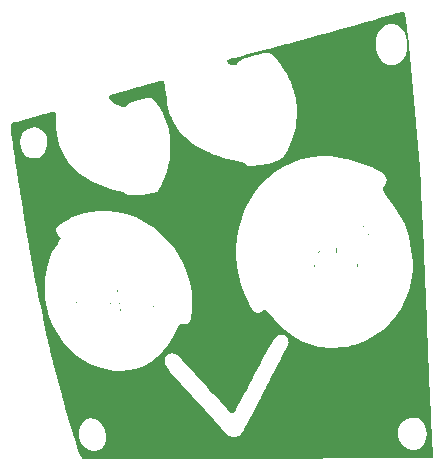
<source format=gbr>
%TF.GenerationSoftware,KiCad,Pcbnew,6.0.2+dfsg-1*%
%TF.CreationDate,2022-10-12T23:29:13+02:00*%
%TF.ProjectId,project_satan,70726f6a-6563-4745-9f73-6174616e2e6b,rev?*%
%TF.SameCoordinates,Original*%
%TF.FileFunction,Legend,Top*%
%TF.FilePolarity,Positive*%
%FSLAX46Y46*%
G04 Gerber Fmt 4.6, Leading zero omitted, Abs format (unit mm)*
G04 Created by KiCad (PCBNEW 6.0.2+dfsg-1) date 2022-10-12 23:29:13*
%MOMM*%
%LPD*%
G01*
G04 APERTURE LIST*
%ADD10C,0.900000*%
G04 APERTURE END LIST*
%TO.C,REF\u002A\u002A*%
G36*
X91849478Y-58671107D02*
G01*
X91958405Y-58746331D01*
X92062579Y-58841006D01*
X92183594Y-58984858D01*
X92319246Y-59186506D01*
X92458365Y-59424061D01*
X92589780Y-59675637D01*
X92702319Y-59919347D01*
X92784811Y-60133305D01*
X92826085Y-60295624D01*
X92828527Y-60341667D01*
X92843549Y-60401675D01*
X92879970Y-60505796D01*
X92955674Y-60778533D01*
X93009569Y-61132178D01*
X93039692Y-61549437D01*
X93044941Y-61958427D01*
X93039371Y-62173013D01*
X93029407Y-62350672D01*
X93016698Y-62466988D01*
X93008561Y-62496987D01*
X92940278Y-62534773D01*
X92855027Y-62546006D01*
X92756603Y-62558057D01*
X92610843Y-62596917D01*
X92405300Y-62666643D01*
X92127528Y-62771293D01*
X91949014Y-62841415D01*
X91791578Y-62893880D01*
X91687223Y-62908396D01*
X91659289Y-62896798D01*
X91647781Y-62832965D01*
X91634636Y-62686607D01*
X91621034Y-62475357D01*
X91608153Y-62216848D01*
X91599891Y-62008623D01*
X91595349Y-61751261D01*
X91597332Y-61442684D01*
X91605031Y-61097089D01*
X91617634Y-60728671D01*
X91634335Y-60351626D01*
X91654321Y-59980151D01*
X91676785Y-59628442D01*
X91700916Y-59310695D01*
X91725906Y-59041105D01*
X91750943Y-58833870D01*
X91775220Y-58703185D01*
X91790525Y-58665660D01*
X91849478Y-58671107D01*
G37*
G36*
X67346969Y-75922510D02*
G01*
X67263483Y-75650029D01*
X67199610Y-75433566D01*
X67160275Y-75288294D01*
X67156877Y-75273940D01*
X67136611Y-75198207D01*
X67094085Y-75047282D01*
X67035263Y-74842100D01*
X66966109Y-74603592D01*
X66956527Y-74570735D01*
X66886551Y-74329610D01*
X66826237Y-74119251D01*
X66781512Y-73960517D01*
X66758307Y-73874262D01*
X66757156Y-73869355D01*
X66735955Y-73788751D01*
X66693921Y-73639154D01*
X66638702Y-73447614D01*
X66615221Y-73367308D01*
X66554165Y-73153433D01*
X66477629Y-72876632D01*
X66394937Y-72571047D01*
X66315413Y-72270816D01*
X66307391Y-72240089D01*
X66238641Y-71975688D01*
X66162252Y-71680838D01*
X66082169Y-71370883D01*
X66002335Y-71061167D01*
X65926696Y-70767033D01*
X65859194Y-70503824D01*
X65803775Y-70286883D01*
X65764382Y-70131555D01*
X65744961Y-70053183D01*
X65743614Y-70046938D01*
X65739365Y-70024869D01*
X65726571Y-69967049D01*
X65702546Y-69861803D01*
X65664600Y-69697457D01*
X65610047Y-69462336D01*
X65536199Y-69144766D01*
X65510370Y-69033777D01*
X65411334Y-68607552D01*
X65332838Y-68267940D01*
X65272420Y-68004046D01*
X65227620Y-67804973D01*
X65195980Y-67659823D01*
X65175038Y-67557701D01*
X65165389Y-67505769D01*
X65145492Y-67406968D01*
X65108529Y-67236372D01*
X65060167Y-67019759D01*
X65016794Y-66829438D01*
X64950723Y-66532183D01*
X64869812Y-66151966D01*
X64777132Y-65704403D01*
X64675754Y-65205109D01*
X64568752Y-64669701D01*
X64480434Y-64221561D01*
X65117622Y-64221561D01*
X65161601Y-65049356D01*
X65295736Y-65854499D01*
X65517585Y-66630831D01*
X65824703Y-67372195D01*
X66214650Y-68072430D01*
X66684981Y-68725379D01*
X67233255Y-69324884D01*
X67857027Y-69864784D01*
X68363268Y-70220699D01*
X68971513Y-70559117D01*
X69622073Y-70825848D01*
X70297651Y-71016892D01*
X70980953Y-71128248D01*
X71654682Y-71155915D01*
X72208980Y-71110343D01*
X72874312Y-70964507D01*
X73505875Y-70726573D01*
X74099392Y-70400180D01*
X74205087Y-70321329D01*
X75285325Y-70321329D01*
X75324237Y-70578764D01*
X75442617Y-70839139D01*
X75646911Y-71115227D01*
X75735320Y-71213067D01*
X75821294Y-71305881D01*
X75966528Y-71464288D01*
X76163142Y-71679627D01*
X76403254Y-71943237D01*
X76678982Y-72246459D01*
X76982444Y-72580631D01*
X77305759Y-72937093D01*
X77626809Y-73291462D01*
X78186420Y-73908671D01*
X78682732Y-74454230D01*
X79118829Y-74931428D01*
X79497794Y-75343551D01*
X79822713Y-75693886D01*
X80096669Y-75985720D01*
X80322747Y-76222339D01*
X80504031Y-76407030D01*
X80643605Y-76543081D01*
X80744554Y-76633777D01*
X80807235Y-76680769D01*
X81017473Y-76757439D01*
X81255506Y-76765483D01*
X81475036Y-76703566D01*
X81481691Y-76700180D01*
X81573198Y-76645078D01*
X81663669Y-76571573D01*
X81732804Y-76498471D01*
X95060964Y-76498471D01*
X95069763Y-76746189D01*
X95099513Y-76932146D01*
X95156847Y-77093746D01*
X95172422Y-77126875D01*
X95361364Y-77414785D01*
X95606613Y-77635863D01*
X95891790Y-77784068D01*
X96200512Y-77853363D01*
X96516396Y-77837711D01*
X96818307Y-77733529D01*
X97045115Y-77583732D01*
X97215401Y-77386275D01*
X97332064Y-77166320D01*
X97435994Y-76834433D01*
X97473513Y-76480312D01*
X97446489Y-76130140D01*
X97356790Y-75810104D01*
X97217503Y-75560811D01*
X96985909Y-75333029D01*
X96709231Y-75183453D01*
X96405552Y-75112610D01*
X96092958Y-75121031D01*
X95789531Y-75209243D01*
X95513357Y-75377777D01*
X95377761Y-75506974D01*
X95223546Y-75711977D01*
X95125164Y-75933438D01*
X95073932Y-76198531D01*
X95060964Y-76498471D01*
X81732804Y-76498471D01*
X81758073Y-76471752D01*
X81861375Y-76337699D01*
X81978541Y-76161501D01*
X82114539Y-75935241D01*
X82274335Y-75651006D01*
X82462894Y-75300882D01*
X82685185Y-74876952D01*
X82946172Y-74371304D01*
X82960072Y-74344231D01*
X83117432Y-74038318D01*
X83278382Y-73726561D01*
X83429872Y-73434162D01*
X83558852Y-73186320D01*
X83634633Y-73041667D01*
X83728657Y-72862330D01*
X83841394Y-72645840D01*
X83976451Y-72385200D01*
X84137432Y-72073415D01*
X84327944Y-71703487D01*
X84551591Y-71268419D01*
X84811980Y-70761216D01*
X85112715Y-70174881D01*
X85258648Y-69890218D01*
X85429760Y-69555028D01*
X85559693Y-69295524D01*
X85653682Y-69098642D01*
X85716961Y-68951316D01*
X85754764Y-68840481D01*
X85772324Y-68753071D01*
X85774876Y-68676022D01*
X85769772Y-68614329D01*
X85703857Y-68392869D01*
X85574124Y-68232201D01*
X85397834Y-68134467D01*
X85192248Y-68101810D01*
X84974628Y-68136374D01*
X84762235Y-68240301D01*
X84572331Y-68415736D01*
X84537327Y-68461306D01*
X84450456Y-68589025D01*
X84394978Y-68685117D01*
X84384227Y-68715608D01*
X84360658Y-68771640D01*
X84295586Y-68898663D01*
X84197463Y-69080868D01*
X84074739Y-69302447D01*
X83993194Y-69447046D01*
X83879503Y-69650359D01*
X83727130Y-69927398D01*
X83544115Y-70263305D01*
X83338500Y-70643218D01*
X83118326Y-71052277D01*
X82891636Y-71475623D01*
X82666471Y-71898394D01*
X82657947Y-71914448D01*
X82438472Y-72327778D01*
X82222347Y-72734672D01*
X82016694Y-73121729D01*
X81828638Y-73475547D01*
X81665299Y-73782726D01*
X81533803Y-74029865D01*
X81441270Y-74203562D01*
X81433043Y-74218984D01*
X81303856Y-74457651D01*
X81198986Y-74626982D01*
X81105304Y-74726251D01*
X81009681Y-74754732D01*
X80898989Y-74711701D01*
X80760100Y-74596430D01*
X80579884Y-74408195D01*
X80357001Y-74159509D01*
X80173071Y-73953561D01*
X79943676Y-73697710D01*
X79678202Y-73402341D01*
X79386032Y-73077837D01*
X79076553Y-72734584D01*
X78759147Y-72382965D01*
X78443201Y-72033366D01*
X78138098Y-71696170D01*
X77853224Y-71381763D01*
X77597962Y-71100527D01*
X77381699Y-70862849D01*
X77213817Y-70679111D01*
X77105646Y-70561785D01*
X76944617Y-70387301D01*
X76778987Y-70205301D01*
X76657521Y-70069696D01*
X76405748Y-69837562D01*
X76148513Y-69703001D01*
X75888497Y-69666846D01*
X75628383Y-69729930D01*
X75602080Y-69741913D01*
X75421227Y-69878891D01*
X75315541Y-70081425D01*
X75285325Y-70321329D01*
X74205087Y-70321329D01*
X74650592Y-69988970D01*
X75155200Y-69496583D01*
X75608942Y-68926659D01*
X76007546Y-68282839D01*
X76335962Y-67594793D01*
X76426435Y-67399043D01*
X76510906Y-67255162D01*
X76577329Y-67183229D01*
X76584842Y-67179933D01*
X76689548Y-67172052D01*
X76835633Y-67188313D01*
X76865975Y-67194430D01*
X77087062Y-67218082D01*
X77250822Y-67170988D01*
X77377873Y-67045176D01*
X77417457Y-66981118D01*
X77496767Y-66777214D01*
X77558180Y-66492111D01*
X77601430Y-66143238D01*
X77626252Y-65748022D01*
X77632382Y-65323893D01*
X77619553Y-64888278D01*
X77587502Y-64458605D01*
X77535962Y-64052304D01*
X77467397Y-63698274D01*
X77213671Y-62836737D01*
X76870941Y-62019152D01*
X76441913Y-61249527D01*
X76150962Y-60842203D01*
X81349084Y-60842203D01*
X81349597Y-61443836D01*
X81412410Y-62318367D01*
X81546957Y-63138647D01*
X81758484Y-63925269D01*
X82052235Y-64698824D01*
X82325238Y-65274183D01*
X82516653Y-65632112D01*
X82682285Y-65902052D01*
X82830807Y-66090077D01*
X82970890Y-66202263D01*
X83111206Y-66244681D01*
X83260427Y-66223407D01*
X83427225Y-66144514D01*
X83501264Y-66097882D01*
X83641788Y-66016727D01*
X83756606Y-65971720D01*
X83804845Y-65969144D01*
X83861925Y-66017022D01*
X83965505Y-66127389D01*
X84100697Y-66283639D01*
X84247468Y-66462731D01*
X84839710Y-67134526D01*
X85468400Y-67713279D01*
X86134608Y-68199662D01*
X86839404Y-68594352D01*
X87583855Y-68898022D01*
X88369031Y-69111346D01*
X88484227Y-69134416D01*
X88729210Y-69166049D01*
X89046673Y-69184689D01*
X89410012Y-69190879D01*
X89792623Y-69185160D01*
X90167903Y-69168077D01*
X90509248Y-69140170D01*
X90790053Y-69101983D01*
X90871638Y-69085725D01*
X91669401Y-68857690D01*
X92420587Y-68544035D01*
X93120247Y-68150243D01*
X93763429Y-67681800D01*
X94345182Y-67144190D01*
X94860556Y-66542896D01*
X95304598Y-65883403D01*
X95672359Y-65171196D01*
X95958887Y-64411758D01*
X96159231Y-63610574D01*
X96231588Y-63148504D01*
X96275826Y-62599305D01*
X96275127Y-62012040D01*
X96229055Y-61366770D01*
X96184063Y-60978741D01*
X96086488Y-60341918D01*
X95963731Y-59772822D01*
X95807149Y-59250248D01*
X95608099Y-58752992D01*
X95357939Y-58259851D01*
X95048026Y-57749620D01*
X94669716Y-57201096D01*
X94611827Y-57121441D01*
X94339812Y-56747661D01*
X94123620Y-56444427D01*
X93959262Y-56201986D01*
X93842748Y-56010585D01*
X93770091Y-55860470D01*
X93737300Y-55741889D01*
X93740386Y-55645089D01*
X93775362Y-55560317D01*
X93838237Y-55477820D01*
X93909227Y-55403613D01*
X94046730Y-55209914D01*
X94085283Y-55002778D01*
X94025006Y-54780987D01*
X93979183Y-54697396D01*
X93820018Y-54512641D01*
X93570513Y-54320702D01*
X93239732Y-54125327D01*
X92836739Y-53930262D01*
X92370597Y-53739255D01*
X91850369Y-53556053D01*
X91285121Y-53384403D01*
X90683914Y-53228052D01*
X90127944Y-53105209D01*
X89366393Y-53000116D01*
X88575166Y-52985844D01*
X87765677Y-53061869D01*
X86949340Y-53227664D01*
X86839358Y-53256860D01*
X86061207Y-53519680D01*
X85329204Y-53867760D01*
X84646992Y-54295666D01*
X84018218Y-54797964D01*
X83446524Y-55369217D01*
X82935557Y-56003991D01*
X82488959Y-56696851D01*
X82110377Y-57442361D01*
X81803453Y-58235086D01*
X81571834Y-59069592D01*
X81419163Y-59940442D01*
X81349084Y-60842203D01*
X76150962Y-60842203D01*
X75929292Y-60531871D01*
X75335784Y-59870191D01*
X74664094Y-59268496D01*
X74280376Y-58977470D01*
X73567587Y-58523003D01*
X72825602Y-58156207D01*
X72062007Y-57878455D01*
X71284389Y-57691122D01*
X70500335Y-57595580D01*
X69717431Y-57593204D01*
X68943265Y-57685366D01*
X68185422Y-57873441D01*
X68184227Y-57873819D01*
X67810302Y-58006899D01*
X67439275Y-58165708D01*
X67085286Y-58341809D01*
X66762478Y-58526770D01*
X66484993Y-58712153D01*
X66266973Y-58889525D01*
X66122559Y-59050451D01*
X66079523Y-59129172D01*
X66068871Y-59285963D01*
X66136300Y-59468958D01*
X66272340Y-59655939D01*
X66328068Y-59712282D01*
X66425730Y-59824657D01*
X66480170Y-59926809D01*
X66484227Y-59951450D01*
X66455189Y-60031418D01*
X66377754Y-60165125D01*
X66266442Y-60328430D01*
X66219531Y-60391581D01*
X65977675Y-60738095D01*
X65777205Y-61093484D01*
X65608753Y-61479695D01*
X65462950Y-61918677D01*
X65330428Y-62432379D01*
X65309903Y-62522650D01*
X65166242Y-63377273D01*
X65117622Y-64221561D01*
X64480434Y-64221561D01*
X64459195Y-64113791D01*
X64350156Y-63552998D01*
X64244707Y-63002935D01*
X64145919Y-62479217D01*
X64056865Y-61997461D01*
X63980615Y-61573282D01*
X63962314Y-61468886D01*
X63947319Y-61384760D01*
X63918212Y-61223039D01*
X63878779Y-61004706D01*
X63832805Y-60750745D01*
X63817680Y-60667308D01*
X63769643Y-60400989D01*
X63726343Y-60158340D01*
X63691826Y-59962210D01*
X63670135Y-59835449D01*
X63666931Y-59815631D01*
X63651738Y-59722090D01*
X63622804Y-59546935D01*
X63582987Y-59307357D01*
X63535146Y-59020551D01*
X63482142Y-58703707D01*
X63466984Y-58613264D01*
X63412730Y-58289141D01*
X63362550Y-57988414D01*
X63319386Y-57728778D01*
X63286178Y-57527928D01*
X63265865Y-57403560D01*
X63263045Y-57385848D01*
X63187153Y-56902544D01*
X63119499Y-56470950D01*
X63061514Y-56100219D01*
X63014627Y-55799504D01*
X62980267Y-55577957D01*
X62959863Y-55444732D01*
X62957956Y-55432002D01*
X62938391Y-55304302D01*
X62908119Y-55110887D01*
X62872351Y-54884959D01*
X62855721Y-54780720D01*
X62815570Y-54524537D01*
X62767084Y-54206814D01*
X62712246Y-53841294D01*
X62653039Y-53441719D01*
X62591446Y-53021833D01*
X62529451Y-52595376D01*
X62469035Y-52176092D01*
X62412183Y-51777724D01*
X62393018Y-51641867D01*
X63067713Y-51641867D01*
X63067924Y-51810060D01*
X63111292Y-52212852D01*
X63224201Y-52550576D01*
X63402567Y-52818824D01*
X63642302Y-53013188D01*
X63939323Y-53129262D01*
X64289543Y-53162637D01*
X64320698Y-53161561D01*
X64528731Y-53141481D01*
X64685301Y-53093281D01*
X64838057Y-53002162D01*
X64841245Y-52999910D01*
X65018822Y-52843126D01*
X65146374Y-52650634D01*
X65233389Y-52402320D01*
X65289355Y-52078070D01*
X65293572Y-52041027D01*
X65314076Y-51678454D01*
X65284498Y-51385828D01*
X65201066Y-51144293D01*
X65076211Y-50954272D01*
X64841265Y-50739389D01*
X64567874Y-50603662D01*
X64273662Y-50545210D01*
X63976252Y-50562153D01*
X63693264Y-50652612D01*
X63442324Y-50814707D01*
X63241053Y-51046559D01*
X63179283Y-51156593D01*
X63116049Y-51306686D01*
X63080981Y-51455991D01*
X63067713Y-51641867D01*
X62393018Y-51641867D01*
X62360876Y-51414015D01*
X62317099Y-51098705D01*
X62282833Y-50845540D01*
X62260063Y-50668260D01*
X62252101Y-50597485D01*
X62240698Y-50419924D01*
X62251908Y-50311002D01*
X62290786Y-50240718D01*
X62316422Y-50215644D01*
X62398824Y-50172635D01*
X62556597Y-50114030D01*
X62767785Y-50047236D01*
X63010429Y-49979660D01*
X63034227Y-49973493D01*
X63310646Y-49902340D01*
X63506166Y-49851919D01*
X63636721Y-49817961D01*
X63718247Y-49796194D01*
X63766680Y-49782348D01*
X63797956Y-49772151D01*
X63828011Y-49761334D01*
X63834227Y-49759097D01*
X63950747Y-49722516D01*
X64119351Y-49675010D01*
X64294827Y-49628809D01*
X64431966Y-49596144D01*
X64450519Y-49592369D01*
X64557134Y-49565265D01*
X64711001Y-49519062D01*
X64784227Y-49495316D01*
X64942788Y-49444833D01*
X65074534Y-49406772D01*
X65113505Y-49397208D01*
X65215812Y-49370797D01*
X65369387Y-49326311D01*
X65459227Y-49298844D01*
X65674165Y-49244773D01*
X65856305Y-49223093D01*
X65985585Y-49234370D01*
X66041938Y-49279170D01*
X66042494Y-49282397D01*
X66045978Y-49352792D01*
X66049930Y-49503686D01*
X66053944Y-49715384D01*
X66057611Y-49968191D01*
X66058834Y-50071450D01*
X66079947Y-50621088D01*
X66133702Y-51104646D01*
X66225491Y-51552448D01*
X66360704Y-51994816D01*
X66437330Y-52200641D01*
X66739481Y-52837691D01*
X67129358Y-53429686D01*
X67603747Y-53973250D01*
X68159436Y-54465008D01*
X68793212Y-54901584D01*
X69250532Y-55156736D01*
X69622572Y-55329400D01*
X70058452Y-55503048D01*
X70522898Y-55665377D01*
X70980633Y-55804086D01*
X71396381Y-55906871D01*
X71409227Y-55909560D01*
X71762451Y-56009472D01*
X72025423Y-56144029D01*
X72027703Y-56145619D01*
X72246179Y-56298505D01*
X72877703Y-56263735D01*
X73231087Y-56243038D01*
X73508543Y-56222967D01*
X73734077Y-56200595D01*
X73931699Y-56172993D01*
X74125416Y-56137232D01*
X74339236Y-56090384D01*
X74384227Y-56079961D01*
X74542444Y-56036125D01*
X74659317Y-55978217D01*
X74754317Y-55887047D01*
X74846913Y-55743422D01*
X74956577Y-55528153D01*
X74967936Y-55504635D01*
X75242530Y-54892859D01*
X75451850Y-54323857D01*
X75602496Y-53770734D01*
X75701068Y-53206597D01*
X75754162Y-52604551D01*
X75766312Y-52250740D01*
X75770442Y-51913963D01*
X75766978Y-51646937D01*
X75753256Y-51419336D01*
X75726613Y-51200835D01*
X75684386Y-50961109D01*
X75629897Y-50697683D01*
X75509514Y-50252075D01*
X75340376Y-49789865D01*
X75134005Y-49334145D01*
X74901923Y-48908002D01*
X74655652Y-48534528D01*
X74406714Y-48236813D01*
X74396968Y-48226910D01*
X74301582Y-48137529D01*
X74217134Y-48088993D01*
X74108908Y-48070506D01*
X73942188Y-48071272D01*
X73901095Y-48072701D01*
X73690746Y-48094064D01*
X73417389Y-48141055D01*
X73112464Y-48206374D01*
X72807409Y-48282719D01*
X72533662Y-48362791D01*
X72322922Y-48439178D01*
X72172715Y-48534231D01*
X72065060Y-48657743D01*
X72060777Y-48665683D01*
X71977242Y-48800336D01*
X71899839Y-48850620D01*
X71808249Y-48828798D01*
X71798760Y-48823794D01*
X71709677Y-48783474D01*
X71557180Y-48721983D01*
X71372088Y-48651688D01*
X71346040Y-48642109D01*
X71110308Y-48534376D01*
X70892837Y-48396525D01*
X70712095Y-48244329D01*
X70586546Y-48093561D01*
X70534654Y-47959992D01*
X70534227Y-47948681D01*
X70536895Y-47921688D01*
X70549989Y-47895909D01*
X70581137Y-47868836D01*
X70637971Y-47837960D01*
X70728119Y-47800773D01*
X70859213Y-47754768D01*
X71038882Y-47697435D01*
X71274757Y-47626266D01*
X71574467Y-47538753D01*
X71945643Y-47432388D01*
X72395916Y-47304663D01*
X72932914Y-47153069D01*
X73084227Y-47110409D01*
X73343952Y-47036587D01*
X73659151Y-46946088D01*
X73989377Y-46850565D01*
X74284227Y-46764594D01*
X74583186Y-46679147D01*
X74802637Y-46623114D01*
X74958073Y-46594625D01*
X75064986Y-46591810D01*
X75138869Y-46612798D01*
X75194227Y-46654724D01*
X75223400Y-46687603D01*
X75246982Y-46730039D01*
X75267769Y-46796625D01*
X75288555Y-46901952D01*
X75312137Y-47060615D01*
X75341309Y-47287206D01*
X75378866Y-47596318D01*
X75386047Y-47656128D01*
X75450074Y-48153264D01*
X75514683Y-48568769D01*
X75584502Y-48921128D01*
X75664162Y-49228827D01*
X75758292Y-49510349D01*
X75871519Y-49784180D01*
X75972093Y-49996302D01*
X76227751Y-50448338D01*
X76534311Y-50865806D01*
X76913209Y-51277453D01*
X76966374Y-51329590D01*
X77316432Y-51641357D01*
X77704040Y-51929864D01*
X78144146Y-52204353D01*
X78651699Y-52474064D01*
X79241650Y-52748238D01*
X79309227Y-52777767D01*
X79559466Y-52875289D01*
X79884426Y-52985096D01*
X80260652Y-53100432D01*
X80664688Y-53214536D01*
X81073078Y-53320651D01*
X81462367Y-53412018D01*
X81642428Y-53450041D01*
X81868311Y-53503879D01*
X82024665Y-53564786D01*
X82141788Y-53645708D01*
X82176082Y-53678097D01*
X82244063Y-53741130D01*
X82313378Y-53785880D01*
X82398453Y-53812620D01*
X82513714Y-53821622D01*
X82673586Y-53813159D01*
X82892496Y-53787504D01*
X83184869Y-53744928D01*
X83459227Y-53702341D01*
X83964997Y-53615395D01*
X84383253Y-53523075D01*
X84726449Y-53417628D01*
X85007044Y-53291299D01*
X85237493Y-53136336D01*
X85430252Y-52944984D01*
X85597780Y-52709490D01*
X85752531Y-52422100D01*
X85846773Y-52216173D01*
X86159721Y-51383681D01*
X86384325Y-50527272D01*
X86405309Y-50422140D01*
X86429190Y-50248181D01*
X86448343Y-50011790D01*
X86462482Y-49734035D01*
X86471318Y-49435986D01*
X86474563Y-49138712D01*
X86471930Y-48863283D01*
X86463131Y-48630768D01*
X86447877Y-48462236D01*
X86433034Y-48393146D01*
X86402222Y-48278236D01*
X86373015Y-48122845D01*
X86368370Y-48091319D01*
X86336408Y-47921974D01*
X86294704Y-47770335D01*
X86288510Y-47753154D01*
X86257988Y-47656559D01*
X86257485Y-47616617D01*
X86252553Y-47573526D01*
X86219801Y-47459283D01*
X86166830Y-47296437D01*
X86101245Y-47107539D01*
X86030649Y-46915136D01*
X85962644Y-46741777D01*
X85961870Y-46739892D01*
X85807767Y-46409025D01*
X85605019Y-46038573D01*
X85368748Y-45651387D01*
X85114075Y-45270320D01*
X84856123Y-44918224D01*
X84610011Y-44617953D01*
X84436966Y-44435355D01*
X84316062Y-44324845D01*
X84219902Y-44265959D01*
X84108353Y-44243918D01*
X83941281Y-44243938D01*
X83919066Y-44244613D01*
X83715217Y-44253704D01*
X83574970Y-44269097D01*
X83461931Y-44296130D01*
X83384227Y-44323063D01*
X83299992Y-44347892D01*
X83150035Y-44386406D01*
X82966223Y-44430434D01*
X82959227Y-44432053D01*
X82480708Y-44552203D01*
X82097760Y-44669236D01*
X81811691Y-44782682D01*
X81623809Y-44892073D01*
X81586312Y-44924492D01*
X81491420Y-45032944D01*
X81438313Y-45123716D01*
X81434227Y-45143920D01*
X81390081Y-45221705D01*
X81276753Y-45271033D01*
X81122906Y-45284135D01*
X80991854Y-45263841D01*
X80770115Y-45178206D01*
X80631567Y-45066807D01*
X80584227Y-44937386D01*
X80583230Y-44901981D01*
X80586490Y-44872387D01*
X80603386Y-44845434D01*
X80643295Y-44817951D01*
X80715595Y-44786769D01*
X80829662Y-44748719D01*
X80994875Y-44700629D01*
X81220610Y-44639331D01*
X81516247Y-44561655D01*
X81891161Y-44464430D01*
X82284227Y-44362744D01*
X82667220Y-44263411D01*
X83043102Y-44165587D01*
X83393790Y-44074001D01*
X83701201Y-43993386D01*
X83947253Y-43928473D01*
X84109227Y-43885246D01*
X84340458Y-43822806D01*
X84629948Y-43744650D01*
X84939394Y-43661119D01*
X85209227Y-43588291D01*
X85581626Y-43487589D01*
X85757592Y-43439859D01*
X93139881Y-43439859D01*
X93162622Y-43830498D01*
X93254790Y-44213930D01*
X93418305Y-44575341D01*
X93617075Y-44856802D01*
X93875609Y-45095161D01*
X94159987Y-45237174D01*
X94467025Y-45282041D01*
X94793537Y-45228958D01*
X94918707Y-45184306D01*
X95126406Y-45061874D01*
X95340909Y-44872018D01*
X95535962Y-44641874D01*
X95685310Y-44398582D01*
X95691724Y-44385256D01*
X95760302Y-44228928D01*
X95802720Y-44090799D01*
X95825054Y-43937300D01*
X95833378Y-43734863D01*
X95834187Y-43598083D01*
X95812873Y-43202939D01*
X95743409Y-42873144D01*
X95617614Y-42582199D01*
X95439218Y-42318584D01*
X95196240Y-42075650D01*
X94916964Y-41905228D01*
X94618816Y-41812423D01*
X94319217Y-41802338D01*
X94035591Y-41880079D01*
X94000432Y-41897091D01*
X93704818Y-42101538D01*
X93469036Y-42372853D01*
X93295007Y-42696221D01*
X93184649Y-43056828D01*
X93139881Y-43439859D01*
X85757592Y-43439859D01*
X85999304Y-43374296D01*
X86448980Y-43252045D01*
X86917370Y-43124466D01*
X87391190Y-42995192D01*
X87857157Y-42867855D01*
X88301989Y-42746087D01*
X88712402Y-42633520D01*
X89075113Y-42533786D01*
X89376839Y-42450517D01*
X89604297Y-42387344D01*
X89709227Y-42357873D01*
X89916313Y-42299431D01*
X90195041Y-42221107D01*
X90520699Y-42129827D01*
X90868575Y-42032518D01*
X91213957Y-41936106D01*
X91234227Y-41930455D01*
X91765216Y-41782254D01*
X92289843Y-41635502D01*
X92797640Y-41493150D01*
X93278141Y-41358148D01*
X93720880Y-41233447D01*
X94115388Y-41121997D01*
X94451200Y-41026748D01*
X94717850Y-40950652D01*
X94904870Y-40896658D01*
X94974302Y-40876159D01*
X95138571Y-40827792D01*
X95272835Y-40790047D01*
X95324302Y-40776769D01*
X95445033Y-40745702D01*
X95512174Y-40726704D01*
X95538673Y-40722076D01*
X95561835Y-40731186D01*
X95583277Y-40763114D01*
X95604618Y-40826939D01*
X95627475Y-40931741D01*
X95653468Y-41086599D01*
X95684215Y-41300592D01*
X95721334Y-41582800D01*
X95766444Y-41942303D01*
X95821163Y-42388179D01*
X95848928Y-42615940D01*
X96264332Y-46350310D01*
X96607670Y-50137024D01*
X96877311Y-53957301D01*
X96959744Y-55406953D01*
X96974377Y-55667697D01*
X96990639Y-55934336D01*
X97005796Y-56162726D01*
X97010943Y-56233580D01*
X97018906Y-56359309D01*
X97030751Y-56574383D01*
X97045973Y-56868044D01*
X97064064Y-57229536D01*
X97084519Y-57648103D01*
X97106829Y-58112987D01*
X97130489Y-58613433D01*
X97154992Y-59138683D01*
X97179830Y-59677982D01*
X97204498Y-60220572D01*
X97228487Y-60755697D01*
X97251293Y-61272601D01*
X97272407Y-61760527D01*
X97282368Y-61994921D01*
X97298429Y-62374689D01*
X97314648Y-62756716D01*
X97330047Y-63118045D01*
X97343646Y-63435718D01*
X97354466Y-63686780D01*
X97358233Y-63773422D01*
X97368400Y-64009386D01*
X97379131Y-64265298D01*
X97390868Y-64552353D01*
X97404055Y-64881744D01*
X97419137Y-65264668D01*
X97436556Y-65712317D01*
X97456757Y-66235887D01*
X97480183Y-66846573D01*
X97484321Y-66954684D01*
X97508265Y-67578746D01*
X97528966Y-68113982D01*
X97546877Y-68571698D01*
X97562452Y-68963198D01*
X97576144Y-69299786D01*
X97588407Y-69592767D01*
X97599695Y-69853443D01*
X97608986Y-70060799D01*
X97620734Y-70327149D01*
X97634432Y-70650533D01*
X97648280Y-70987856D01*
X97659205Y-71263166D01*
X97671466Y-71565972D01*
X97685111Y-71882361D01*
X97698427Y-72173675D01*
X97709131Y-72390385D01*
X97721474Y-72635420D01*
X97735866Y-72936083D01*
X97750208Y-73247889D01*
X97758810Y-73442456D01*
X97776592Y-73844479D01*
X97796128Y-74271080D01*
X97816591Y-74705467D01*
X97837155Y-75130848D01*
X97856991Y-75530432D01*
X97875275Y-75887427D01*
X97891177Y-76185041D01*
X97903871Y-76406483D01*
X97908093Y-76473422D01*
X97920817Y-76682838D01*
X97935683Y-76953039D01*
X97950587Y-77244704D01*
X97960363Y-77450345D01*
X97973798Y-77712675D01*
X97989167Y-77963070D01*
X98004424Y-78170536D01*
X98015721Y-78289497D01*
X98043610Y-78527466D01*
X95901418Y-78529257D01*
X95361857Y-78530270D01*
X94780168Y-78532353D01*
X94180346Y-78535355D01*
X93586382Y-78539126D01*
X93022269Y-78543514D01*
X92511998Y-78548368D01*
X92109227Y-78553136D01*
X91766453Y-78557114D01*
X91345847Y-78560955D01*
X90852689Y-78564655D01*
X90292256Y-78568208D01*
X89669829Y-78571608D01*
X88990684Y-78574851D01*
X88260101Y-78577931D01*
X87483359Y-78580842D01*
X86665735Y-78583579D01*
X85812510Y-78586138D01*
X84928962Y-78588511D01*
X84020369Y-78590695D01*
X83092009Y-78592683D01*
X82149163Y-78594471D01*
X81197108Y-78596052D01*
X80241123Y-78597422D01*
X79286486Y-78598576D01*
X78338477Y-78599507D01*
X77402374Y-78600210D01*
X76483456Y-78600681D01*
X75587002Y-78600913D01*
X74718289Y-78600902D01*
X73882598Y-78600641D01*
X73085206Y-78600127D01*
X72331392Y-78599352D01*
X71626435Y-78598312D01*
X70975614Y-78597002D01*
X70384207Y-78595416D01*
X69857493Y-78593549D01*
X69400750Y-78591395D01*
X69019258Y-78588949D01*
X68718295Y-78586205D01*
X68503140Y-78583159D01*
X68379071Y-78579805D01*
X68349345Y-78577313D01*
X68247481Y-78500938D01*
X68168697Y-78392279D01*
X68130216Y-78298376D01*
X68067043Y-78123942D01*
X67984100Y-77884150D01*
X67886310Y-77594171D01*
X67778598Y-77269179D01*
X67665884Y-76924345D01*
X67553093Y-76574840D01*
X67492952Y-76385968D01*
X68043981Y-76385968D01*
X68044163Y-76733789D01*
X68094788Y-77016308D01*
X68203038Y-77258558D01*
X68351460Y-77458072D01*
X68617130Y-77702531D01*
X68906008Y-77852320D01*
X69229125Y-77912221D01*
X69395654Y-77910701D01*
X69606162Y-77888729D01*
X69756513Y-77846336D01*
X69886212Y-77771325D01*
X69914095Y-77750612D01*
X70100518Y-77561640D01*
X70224220Y-77321466D01*
X70290136Y-77017116D01*
X70304600Y-76723915D01*
X70297804Y-76484254D01*
X70273951Y-76302249D01*
X70224902Y-76135758D01*
X70161903Y-75985087D01*
X69998914Y-75703242D01*
X69791202Y-75464081D01*
X69560022Y-75289235D01*
X69411916Y-75221846D01*
X69247998Y-75189324D01*
X69047265Y-75177940D01*
X68953131Y-75181807D01*
X68670108Y-75251662D01*
X68433217Y-75406209D01*
X68247474Y-75638801D01*
X68117898Y-75942794D01*
X68049506Y-76311540D01*
X68043981Y-76385968D01*
X67492952Y-76385968D01*
X67445147Y-76235838D01*
X67346969Y-75922510D01*
G37*
G36*
X90923163Y-58852218D02*
G01*
X90925144Y-59021773D01*
X90920557Y-59261090D01*
X90910299Y-59540012D01*
X90895271Y-59828385D01*
X90892967Y-59865730D01*
X90879869Y-60122245D01*
X90867525Y-60453929D01*
X90856605Y-60835755D01*
X90847780Y-61242693D01*
X90841721Y-61649717D01*
X90839950Y-61843704D01*
X90836182Y-62191674D01*
X90830205Y-62506095D01*
X90822489Y-62773219D01*
X90813505Y-62979300D01*
X90803722Y-63110593D01*
X90795146Y-63153107D01*
X90731022Y-63177039D01*
X90596388Y-63208943D01*
X90419660Y-63242135D01*
X90409227Y-63243875D01*
X90222446Y-63276282D01*
X90067700Y-63305783D01*
X89978160Y-63326050D01*
X89977621Y-63326210D01*
X89915032Y-63316525D01*
X89878371Y-63228647D01*
X89870785Y-63186265D01*
X89864480Y-63097485D01*
X89858275Y-62921704D01*
X89852410Y-62672118D01*
X89847122Y-62361923D01*
X89842650Y-62004314D01*
X89839231Y-61612489D01*
X89837721Y-61353070D01*
X89834909Y-60883036D01*
X89833498Y-60500909D01*
X89836733Y-60194415D01*
X89847858Y-59951279D01*
X89870115Y-59759227D01*
X89906749Y-59605987D01*
X89961004Y-59479283D01*
X90036124Y-59366842D01*
X90135351Y-59256390D01*
X90261931Y-59135653D01*
X90419107Y-58992358D01*
X90475248Y-58940794D01*
X90909227Y-58540087D01*
X90923163Y-58852218D01*
G37*
G36*
X87188198Y-62380106D02*
G01*
X87206109Y-62444700D01*
X87222030Y-62585925D01*
X87233791Y-62780216D01*
X87238134Y-62921746D01*
X87247951Y-63422732D01*
X86878589Y-63424897D01*
X86674876Y-63422304D01*
X86492809Y-63413431D01*
X86371113Y-63400183D01*
X86369360Y-63399848D01*
X86229493Y-63372633D01*
X86394360Y-63195108D01*
X86505707Y-63072643D01*
X86654637Y-62905458D01*
X86813435Y-62724726D01*
X86853653Y-62678518D01*
X86987492Y-62533326D01*
X87099096Y-62428744D01*
X87171859Y-62379583D01*
X87188198Y-62380106D01*
G37*
G36*
X73168949Y-64707348D02*
G01*
X73174561Y-64710758D01*
X73290900Y-64779907D01*
X73454884Y-64874359D01*
X73594443Y-64953153D01*
X73878346Y-65130819D01*
X74105867Y-65311913D01*
X74262882Y-65483963D01*
X74325646Y-65598894D01*
X74352225Y-65696975D01*
X74327967Y-65751539D01*
X74232891Y-65794016D01*
X74193182Y-65807262D01*
X74052635Y-65862598D01*
X73866993Y-65947567D01*
X73692574Y-66035418D01*
X73486118Y-66139078D01*
X73351472Y-66190875D01*
X73276666Y-66193650D01*
X73249726Y-66150241D01*
X73249091Y-66140582D01*
X73236223Y-66061308D01*
X73204641Y-65919002D01*
X73169555Y-65777367D01*
X73116984Y-65553243D01*
X73070047Y-65315480D01*
X73031968Y-65085933D01*
X73005976Y-64886456D01*
X72995295Y-64738903D01*
X73003153Y-64665129D01*
X73004997Y-64662736D01*
X73066888Y-64661774D01*
X73168949Y-64707348D01*
G37*
G36*
X89061501Y-61921747D02*
G01*
X89062659Y-62352696D01*
X89063610Y-62693944D01*
X89060175Y-62955911D01*
X89048174Y-63149013D01*
X89023426Y-63283670D01*
X88981753Y-63370298D01*
X88918973Y-63419317D01*
X88830908Y-63441143D01*
X88713377Y-63446196D01*
X88562201Y-63444892D01*
X88450168Y-63445454D01*
X88041109Y-63452827D01*
X88001641Y-63212336D01*
X87985546Y-63059559D01*
X87973790Y-62840456D01*
X87967818Y-62588858D01*
X87967756Y-62420759D01*
X87991693Y-61988669D01*
X88059292Y-61629316D01*
X88178691Y-61321777D01*
X88358027Y-61045128D01*
X88605437Y-60778445D01*
X88607018Y-60776951D01*
X88745933Y-60655181D01*
X88877776Y-60554713D01*
X88935566Y-60518429D01*
X89061906Y-60450856D01*
X89061501Y-61921747D01*
G37*
G36*
X68748507Y-61538302D02*
G01*
X68767174Y-61607233D01*
X68783197Y-61769907D01*
X68796242Y-62019898D01*
X68805972Y-62350776D01*
X68812053Y-62756117D01*
X68812064Y-62757371D01*
X68816677Y-63103798D01*
X68823549Y-63429479D01*
X68832109Y-63716697D01*
X68841786Y-63947736D01*
X68852008Y-64104879D01*
X68856985Y-64149162D01*
X68875491Y-64274701D01*
X68904866Y-64477245D01*
X68941914Y-64734595D01*
X68983435Y-65024556D01*
X69012201Y-65226282D01*
X69060015Y-65560591D01*
X69097058Y-65814390D01*
X69126353Y-66006407D01*
X69150922Y-66155372D01*
X69173790Y-66280013D01*
X69197980Y-66399059D01*
X69212356Y-66466223D01*
X69225387Y-66537933D01*
X69215614Y-66579893D01*
X69166393Y-66594117D01*
X69061078Y-66582619D01*
X68883025Y-66547415D01*
X68759227Y-66521062D01*
X68473341Y-66450452D01*
X68276303Y-66380288D01*
X68172469Y-66312331D01*
X68156710Y-66277678D01*
X68135420Y-66207209D01*
X68083618Y-66080383D01*
X68041653Y-65987411D01*
X67896849Y-65584805D01*
X67801514Y-65118000D01*
X67755542Y-64609813D01*
X67758825Y-64083063D01*
X67811256Y-63560566D01*
X67912729Y-63065142D01*
X68057356Y-62633367D01*
X68107563Y-62506131D01*
X68136332Y-62420118D01*
X68138640Y-62408474D01*
X68162013Y-62348654D01*
X68220719Y-62225509D01*
X68302791Y-62063991D01*
X68315911Y-62038885D01*
X68466423Y-61773458D01*
X68590022Y-61602193D01*
X68686151Y-61525734D01*
X68748507Y-61538302D01*
G37*
G36*
X69868143Y-62241588D02*
G01*
X70041420Y-62346912D01*
X70110864Y-62403871D01*
X70217652Y-62503265D01*
X70300319Y-62599984D01*
X70362825Y-62708985D01*
X70409132Y-62845229D01*
X70443200Y-63023674D01*
X70468992Y-63259279D01*
X70490468Y-63567004D01*
X70508805Y-63906631D01*
X70522928Y-64154708D01*
X70538999Y-64389868D01*
X70554616Y-64578824D01*
X70563009Y-64658110D01*
X70582351Y-64795547D01*
X70614692Y-65006895D01*
X70656075Y-65268016D01*
X70702545Y-65554774D01*
X70750149Y-65843030D01*
X70794930Y-66108650D01*
X70832934Y-66327494D01*
X70860206Y-66475426D01*
X70863385Y-66491272D01*
X70896727Y-66654093D01*
X70552977Y-66653326D01*
X70371406Y-66647862D01*
X70227106Y-66634285D01*
X70151901Y-66615752D01*
X70108677Y-66544590D01*
X70054671Y-66387198D01*
X69992651Y-66156617D01*
X69925388Y-65865891D01*
X69855650Y-65528061D01*
X69786207Y-65156169D01*
X69719826Y-64763259D01*
X69659278Y-64362372D01*
X69633530Y-64174211D01*
X69597775Y-63854398D01*
X69571985Y-63522991D01*
X69556295Y-63196835D01*
X69550840Y-62892778D01*
X69555756Y-62627665D01*
X69571176Y-62418343D01*
X69597236Y-62281658D01*
X69618066Y-62241491D01*
X69721309Y-62204565D01*
X69868143Y-62241588D01*
G37*
G36*
X71367185Y-63429537D02*
G01*
X71541269Y-63512861D01*
X71720311Y-63629298D01*
X71847048Y-63736252D01*
X71946199Y-63842096D01*
X72028728Y-63955757D01*
X72097783Y-64089268D01*
X72156517Y-64254662D01*
X72208078Y-64463974D01*
X72255617Y-64729236D01*
X72302284Y-65062482D01*
X72351230Y-65475747D01*
X72385956Y-65794826D01*
X72411195Y-66017018D01*
X72435450Y-66204632D01*
X72455430Y-66333514D01*
X72465072Y-66375748D01*
X72439942Y-66418405D01*
X72326442Y-66458903D01*
X72139481Y-66496060D01*
X71926122Y-66530528D01*
X71792672Y-66546778D01*
X71720383Y-66542928D01*
X71690504Y-66517099D01*
X71684283Y-66467409D01*
X71684227Y-66450405D01*
X71660994Y-66317913D01*
X71636925Y-66258357D01*
X71594991Y-66141331D01*
X71545529Y-65940283D01*
X71491212Y-65670868D01*
X71434708Y-65348739D01*
X71378688Y-64989549D01*
X71325823Y-64608952D01*
X71278784Y-64222602D01*
X71260013Y-64048965D01*
X71237932Y-63851414D01*
X71214049Y-63660960D01*
X71203473Y-63585552D01*
X71196581Y-63448806D01*
X71228196Y-63397865D01*
X71231438Y-63397683D01*
X71367185Y-63429537D01*
G37*
%TD*%
%LPC*%
%TO.C,REF\u002A\u002A*%
G36*
X70155348Y-40762221D02*
G01*
X70146790Y-40927881D01*
X70120730Y-41192100D01*
X70077172Y-41554830D01*
X70016121Y-42016028D01*
X69967587Y-42364855D01*
X69891521Y-42907127D01*
X69828266Y-43367737D01*
X69775671Y-43764095D01*
X69731583Y-44113607D01*
X69693849Y-44433681D01*
X69660315Y-44741725D01*
X69628830Y-45055147D01*
X69608847Y-45265667D01*
X69596030Y-45459543D01*
X69586371Y-45718341D01*
X69579889Y-46021042D01*
X69576604Y-46346629D01*
X69576536Y-46674084D01*
X69579704Y-46982389D01*
X69586127Y-47250526D01*
X69595826Y-47457478D01*
X69606709Y-47569903D01*
X69715470Y-48029667D01*
X69888305Y-48438550D01*
X70118114Y-48782816D01*
X70353686Y-49014967D01*
X70526349Y-49139977D01*
X70715187Y-49248673D01*
X70934741Y-49346273D01*
X71199556Y-49437994D01*
X71524175Y-49529057D01*
X71923142Y-49624678D01*
X72255307Y-49697304D01*
X72462896Y-49745863D01*
X72607789Y-49797404D01*
X72726022Y-49870792D01*
X72853635Y-49984892D01*
X72908452Y-50039206D01*
X73241424Y-50441551D01*
X73488260Y-50893817D01*
X73648487Y-51394228D01*
X73721634Y-51941013D01*
X73707228Y-52532398D01*
X73662632Y-52871135D01*
X73582973Y-53256877D01*
X73473500Y-53655514D01*
X73341810Y-54047676D01*
X73195500Y-54413993D01*
X73042167Y-54735093D01*
X72889407Y-54991608D01*
X72774630Y-55135334D01*
X72651190Y-55252074D01*
X72548035Y-55310027D01*
X72422685Y-55328409D01*
X72346782Y-55328880D01*
X72204132Y-55314054D01*
X71994740Y-55275955D01*
X71747536Y-55220474D01*
X71508058Y-55158157D01*
X70652589Y-54886938D01*
X69887942Y-54575830D01*
X69212822Y-54223930D01*
X68625931Y-53830336D01*
X68125974Y-53394144D01*
X67711654Y-52914453D01*
X67381675Y-52390360D01*
X67301774Y-52230366D01*
X67099061Y-51739041D01*
X66955417Y-51239631D01*
X66865998Y-50708023D01*
X66825959Y-50120108D01*
X66822713Y-49846006D01*
X66844039Y-49260870D01*
X66906578Y-48658523D01*
X67012398Y-48032925D01*
X67163568Y-47378039D01*
X67362156Y-46687826D01*
X67610230Y-45956247D01*
X67909859Y-45177265D01*
X68263112Y-44344841D01*
X68672057Y-43452936D01*
X69138762Y-42495513D01*
X69665296Y-41466533D01*
X69745802Y-41312804D01*
X69904259Y-41020385D01*
X70024094Y-40820203D01*
X70105276Y-40712310D01*
X70146398Y-40695164D01*
X70155348Y-40762221D01*
G37*
G36*
X79638805Y-36699812D02*
G01*
X79657176Y-36719795D01*
X79669128Y-36763922D01*
X79674196Y-36841046D01*
X79671919Y-36960021D01*
X79661833Y-37129701D01*
X79643476Y-37358941D01*
X79616384Y-37656594D01*
X79580095Y-38031514D01*
X79534146Y-38492555D01*
X79505783Y-38774211D01*
X79465601Y-39178974D01*
X79423601Y-39613414D01*
X79382666Y-40046915D01*
X79345679Y-40448864D01*
X79315523Y-40788647D01*
X79309983Y-40853304D01*
X79284768Y-41205670D01*
X79264731Y-41598072D01*
X79249968Y-42014129D01*
X79240577Y-42437462D01*
X79236653Y-42851689D01*
X79238292Y-43240430D01*
X79245591Y-43587304D01*
X79258647Y-43875930D01*
X79277555Y-44089929D01*
X79290482Y-44169871D01*
X79414324Y-44557486D01*
X79612389Y-44939107D01*
X79868240Y-45293257D01*
X80165443Y-45598460D01*
X80487559Y-45833240D01*
X80614827Y-45900346D01*
X80799312Y-45977586D01*
X80964305Y-46018427D01*
X81156822Y-46032078D01*
X81284227Y-46031474D01*
X81504454Y-46022890D01*
X81717554Y-46007238D01*
X81873324Y-45988485D01*
X82091222Y-45980253D01*
X82283491Y-46042041D01*
X82472261Y-46183632D01*
X82586965Y-46304012D01*
X82847939Y-46658698D01*
X83086252Y-47098157D01*
X83295710Y-47608332D01*
X83470119Y-48175169D01*
X83540678Y-48468294D01*
X83610114Y-48875370D01*
X83651947Y-49321011D01*
X83666146Y-49778196D01*
X83652681Y-50219906D01*
X83611521Y-50619120D01*
X83543473Y-50945918D01*
X83428081Y-51283086D01*
X83280640Y-51616594D01*
X83112157Y-51928161D01*
X82933640Y-52199507D01*
X82756096Y-52412354D01*
X82590532Y-52548420D01*
X82572440Y-52558485D01*
X82441499Y-52600726D01*
X82244492Y-52634702D01*
X82015204Y-52657647D01*
X81787420Y-52666795D01*
X81594924Y-52659380D01*
X81509227Y-52645533D01*
X81414461Y-52621701D01*
X81254055Y-52581343D01*
X81059355Y-52532345D01*
X81018236Y-52521995D01*
X80556206Y-52383428D01*
X80035644Y-52187283D01*
X79474427Y-51940618D01*
X79159227Y-51788132D01*
X78753927Y-51580907D01*
X78424771Y-51400093D01*
X78155078Y-51234822D01*
X77928169Y-51074227D01*
X77727365Y-50907441D01*
X77555151Y-50743034D01*
X77104586Y-50221206D01*
X76736257Y-49647275D01*
X76450065Y-49020520D01*
X76245910Y-48340222D01*
X76123694Y-47605662D01*
X76083318Y-46816118D01*
X76124682Y-45970871D01*
X76247689Y-45069202D01*
X76452238Y-44110390D01*
X76578202Y-43633777D01*
X76743006Y-43075435D01*
X76927929Y-42509851D01*
X77137167Y-41926865D01*
X77374917Y-41316318D01*
X77645377Y-40668049D01*
X77952742Y-39971899D01*
X78301210Y-39217707D01*
X78694977Y-38395313D01*
X78994305Y-37784763D01*
X79188668Y-37397225D01*
X79345107Y-37098122D01*
X79465585Y-36884009D01*
X79552062Y-36751439D01*
X79606501Y-36696965D01*
X79614477Y-36695118D01*
X79638805Y-36699812D01*
G37*
G36*
X104396755Y-51315393D02*
G01*
X104545655Y-51353005D01*
X104663514Y-51390945D01*
X104729283Y-51404886D01*
X104734227Y-51402800D01*
X104773025Y-51413238D01*
X104874236Y-51463409D01*
X105015085Y-51540571D01*
X105172795Y-51631981D01*
X105324590Y-51724898D01*
X105412864Y-51782476D01*
X105549192Y-51886812D01*
X105706656Y-52025713D01*
X105869630Y-52182826D01*
X106022488Y-52341799D01*
X106149602Y-52486279D01*
X106235346Y-52599911D01*
X106264093Y-52666343D01*
X106262377Y-52671471D01*
X106178147Y-52716337D01*
X106011905Y-52721301D01*
X105773335Y-52686435D01*
X105685126Y-52667299D01*
X105399910Y-52638582D01*
X105071434Y-52664322D01*
X104735616Y-52737774D01*
X104428374Y-52852194D01*
X104284227Y-52930368D01*
X104176505Y-52989089D01*
X104101842Y-53024199D01*
X104026732Y-53075964D01*
X103906124Y-53179299D01*
X103757110Y-53317262D01*
X103596784Y-53472911D01*
X103442239Y-53629306D01*
X103310569Y-53769503D01*
X103218868Y-53876560D01*
X103184228Y-53933537D01*
X103184227Y-53933682D01*
X103157384Y-53996822D01*
X103087814Y-54112865D01*
X103012455Y-54225034D01*
X102925024Y-54358184D01*
X102871866Y-54456081D01*
X102863663Y-54492923D01*
X102850272Y-54538368D01*
X102810435Y-54579321D01*
X102746838Y-54653260D01*
X102734227Y-54689406D01*
X102715402Y-54760259D01*
X102667896Y-54884685D01*
X102641595Y-54946289D01*
X102556252Y-55143066D01*
X102490555Y-55300612D01*
X102459227Y-55381903D01*
X102433887Y-55443938D01*
X102413557Y-55490713D01*
X102373560Y-55600283D01*
X102362927Y-55641009D01*
X102333272Y-55748906D01*
X102321664Y-55782692D01*
X102296380Y-55863967D01*
X102257197Y-56001736D01*
X102214311Y-56158643D01*
X102177917Y-56297330D01*
X102158208Y-56380440D01*
X102157608Y-56383876D01*
X102144830Y-56445716D01*
X102119765Y-56559221D01*
X102086557Y-56721312D01*
X102057914Y-56880646D01*
X102034234Y-57003972D01*
X102013671Y-57077692D01*
X102011932Y-57081040D01*
X101996124Y-57143380D01*
X101974639Y-57272420D01*
X101959773Y-57380930D01*
X101937405Y-57549905D01*
X101917487Y-57687097D01*
X101909057Y-57737420D01*
X101899710Y-57820933D01*
X101887318Y-57979746D01*
X101873671Y-58189080D01*
X101863462Y-58368571D01*
X101849372Y-58628457D01*
X101832979Y-58924153D01*
X101815598Y-59232638D01*
X101798545Y-59530889D01*
X101783136Y-59795882D01*
X101770684Y-60004596D01*
X101763088Y-60125392D01*
X101707101Y-60280813D01*
X101577772Y-60390552D01*
X101423323Y-60432274D01*
X101265974Y-60445780D01*
X101079715Y-60465482D01*
X101034227Y-60470881D01*
X100864644Y-60491461D01*
X100716215Y-60509230D01*
X100683327Y-60513104D01*
X100539529Y-60508980D01*
X100450943Y-60488354D01*
X100368365Y-60450258D01*
X100309948Y-60395190D01*
X100267457Y-60303671D01*
X100232660Y-60156223D01*
X100197320Y-59933365D01*
X100187735Y-59865730D01*
X100172974Y-59695914D01*
X100163639Y-59454175D01*
X100159526Y-59166520D01*
X100160433Y-58858954D01*
X100166156Y-58557484D01*
X100176492Y-58288117D01*
X100191238Y-58076859D01*
X100202412Y-57987032D01*
X100226855Y-57824199D01*
X100252405Y-57631019D01*
X100259309Y-57573662D01*
X100280597Y-57429701D01*
X100317617Y-57217222D01*
X100365029Y-56965653D01*
X100413854Y-56721986D01*
X100474395Y-56429118D01*
X100518158Y-56218338D01*
X100548665Y-56073626D01*
X100569434Y-55978958D01*
X100583988Y-55918313D01*
X100595845Y-55875667D01*
X100608527Y-55834999D01*
X100609227Y-55832791D01*
X100645004Y-55701620D01*
X100656760Y-55648923D01*
X100687873Y-55528666D01*
X100744313Y-55340811D01*
X100817285Y-55111942D01*
X100897990Y-54868643D01*
X100977631Y-54637498D01*
X101047411Y-54445093D01*
X101093282Y-54329832D01*
X101310902Y-53841841D01*
X101504862Y-53434798D01*
X101683312Y-53094660D01*
X101854399Y-52807381D01*
X102026271Y-52558917D01*
X102207076Y-52335222D01*
X102327317Y-52202724D01*
X102601250Y-51924194D01*
X102836976Y-51714293D01*
X103053860Y-51559723D01*
X103271267Y-51447188D01*
X103508563Y-51363390D01*
X103577553Y-51344232D01*
X103841463Y-51299193D01*
X104129142Y-51289712D01*
X104396755Y-51315393D01*
G37*
G36*
X73168949Y-64707348D02*
G01*
X73174561Y-64710758D01*
X73290900Y-64779907D01*
X73454884Y-64874359D01*
X73594443Y-64953153D01*
X73910656Y-65153363D01*
X74148140Y-65354608D01*
X74298855Y-65549502D01*
X74336957Y-65635360D01*
X74374970Y-65876772D01*
X74357021Y-66172092D01*
X74288815Y-66496349D01*
X74176060Y-66824575D01*
X74024461Y-67131801D01*
X73977502Y-67208081D01*
X73860898Y-67368783D01*
X73769443Y-67441336D01*
X73690422Y-67430328D01*
X73611117Y-67340346D01*
X73611067Y-67340269D01*
X73562899Y-67246343D01*
X73499091Y-67097418D01*
X73433048Y-66928174D01*
X73378175Y-66773290D01*
X73347876Y-66667444D01*
X73345831Y-66654093D01*
X73336201Y-66593325D01*
X73315096Y-66472397D01*
X73307242Y-66428649D01*
X73280695Y-66281559D01*
X73260488Y-66169321D01*
X73257579Y-66153107D01*
X73238591Y-66066408D01*
X73203076Y-65918224D01*
X73167972Y-65777367D01*
X73115320Y-65548980D01*
X73068568Y-65308881D01*
X73030880Y-65078708D01*
X73005420Y-64880096D01*
X72995351Y-64734685D01*
X73003837Y-64664110D01*
X73004997Y-64662736D01*
X73066888Y-64661774D01*
X73168949Y-64707348D01*
G37*
G36*
X97945515Y-42919755D02*
G01*
X98118951Y-42951152D01*
X98255889Y-43021166D01*
X98384864Y-43133415D01*
X98491573Y-43243775D01*
X98559719Y-43325775D01*
X98573601Y-43353381D01*
X98586906Y-43416403D01*
X98626152Y-43524317D01*
X98667323Y-43699357D01*
X98681906Y-43935029D01*
X98670555Y-44195555D01*
X98633929Y-44445161D01*
X98607319Y-44551408D01*
X98487220Y-44816665D01*
X98340061Y-45011389D01*
X98215619Y-45131005D01*
X98111380Y-45190900D01*
X97986550Y-45210749D01*
X97924362Y-45211884D01*
X97662734Y-45167136D01*
X97529121Y-45098757D01*
X97401485Y-44983064D01*
X97280353Y-44825122D01*
X97242898Y-44760592D01*
X97186291Y-44638699D01*
X97153890Y-44523635D01*
X97141366Y-44384182D01*
X97144391Y-44189127D01*
X97149179Y-44084665D01*
X97184468Y-43727118D01*
X97254292Y-43447772D01*
X97365154Y-43228644D01*
X97522500Y-43052687D01*
X97644250Y-42957077D01*
X97750930Y-42916401D01*
X97892073Y-42915091D01*
X97945515Y-42919755D01*
G37*
G36*
X90923163Y-58852218D02*
G01*
X90925146Y-59021773D01*
X90920564Y-59261091D01*
X90910314Y-59540014D01*
X90895295Y-59828387D01*
X90892993Y-59865730D01*
X90879649Y-60126256D01*
X90867104Y-60461014D01*
X90856068Y-60844038D01*
X90847251Y-61249364D01*
X90841365Y-61651025D01*
X90840020Y-61800629D01*
X90851139Y-62680896D01*
X90897223Y-63489023D01*
X90977657Y-64218279D01*
X91091826Y-64861930D01*
X91138021Y-65059284D01*
X91183537Y-65247351D01*
X91217427Y-65399479D01*
X91233635Y-65488156D01*
X91234227Y-65496395D01*
X91190271Y-65551032D01*
X91076333Y-65618930D01*
X90919305Y-65688494D01*
X90746077Y-65748129D01*
X90583542Y-65786243D01*
X90551882Y-65790589D01*
X90416989Y-65799124D01*
X90341190Y-65770790D01*
X90285001Y-65685560D01*
X90265892Y-65645529D01*
X90181795Y-65443208D01*
X90109608Y-65218130D01*
X90048377Y-64961398D01*
X89997147Y-64664116D01*
X89954964Y-64317386D01*
X89920875Y-63912312D01*
X89893925Y-63439997D01*
X89873161Y-62891545D01*
X89857627Y-62258058D01*
X89849387Y-61761529D01*
X89820425Y-59699537D01*
X89930847Y-59520518D01*
X90012496Y-59414040D01*
X90148990Y-59262925D01*
X90320096Y-59088722D01*
X90475248Y-58940794D01*
X90909227Y-58540087D01*
X90923163Y-58852218D01*
G37*
G36*
X67411734Y-60477536D02*
G01*
X67603100Y-60570258D01*
X67789230Y-60698590D01*
X67936427Y-60841093D01*
X67984227Y-60909765D01*
X68011447Y-60966084D01*
X68020734Y-61023976D01*
X68006596Y-61099848D01*
X67963538Y-61210104D01*
X67886068Y-61371153D01*
X67768693Y-61599400D01*
X67725755Y-61681748D01*
X67399651Y-62383256D01*
X67167818Y-63062186D01*
X67029387Y-63726808D01*
X66983485Y-64385393D01*
X67029244Y-65046212D01*
X67165792Y-65717536D01*
X67265607Y-66052909D01*
X67509587Y-66651217D01*
X67837375Y-67226707D01*
X68236686Y-67765415D01*
X68695234Y-68253374D01*
X69200735Y-68676621D01*
X69740902Y-69021189D01*
X69984227Y-69143278D01*
X70360772Y-69300638D01*
X70703356Y-69403635D01*
X71052939Y-69461251D01*
X71450480Y-69482466D01*
X71534227Y-69483122D01*
X71976122Y-69464722D01*
X72357613Y-69401776D01*
X72711579Y-69285849D01*
X73070897Y-69108503D01*
X73132629Y-69072958D01*
X73406158Y-68884352D01*
X73700658Y-68633585D01*
X73989391Y-68346557D01*
X74245622Y-68049167D01*
X74382062Y-67862602D01*
X74520288Y-67640618D01*
X74659465Y-67389241D01*
X74789769Y-67129537D01*
X74901377Y-66882570D01*
X74984467Y-66669407D01*
X75029215Y-66511113D01*
X75034227Y-66464005D01*
X75059215Y-66338104D01*
X75119442Y-66223229D01*
X75192801Y-66157527D01*
X75214404Y-66153107D01*
X75309889Y-66180027D01*
X75443276Y-66245684D01*
X75573437Y-66327424D01*
X75652356Y-66394338D01*
X75732719Y-66538968D01*
X75753462Y-66733102D01*
X75714915Y-66989289D01*
X75672128Y-67149240D01*
X75433944Y-67792863D01*
X75121581Y-68376308D01*
X74739947Y-68894705D01*
X74293950Y-69343183D01*
X73788500Y-69716871D01*
X73228503Y-70010900D01*
X72618868Y-70220400D01*
X72562600Y-70234728D01*
X72305622Y-70280835D01*
X71976914Y-70313507D01*
X71603975Y-70331711D01*
X71214304Y-70334413D01*
X70835401Y-70320580D01*
X70652166Y-70306546D01*
X70031714Y-70199409D01*
X69430120Y-69998627D01*
X68853780Y-69709973D01*
X68309085Y-69339219D01*
X67802429Y-68892137D01*
X67340207Y-68374498D01*
X66928810Y-67792075D01*
X66574634Y-67150638D01*
X66284070Y-66455961D01*
X66237449Y-66321026D01*
X66016556Y-65517509D01*
X65891239Y-64718209D01*
X65861232Y-63928577D01*
X65926269Y-63154062D01*
X66086082Y-62400116D01*
X66340405Y-61672187D01*
X66479991Y-61366007D01*
X66648646Y-61035376D01*
X66791818Y-60788914D01*
X66917912Y-60616519D01*
X67035330Y-60508090D01*
X67152475Y-60453528D01*
X67248827Y-60441864D01*
X67411734Y-60477536D01*
G37*
G36*
X69214339Y-76014144D02*
G01*
X69343608Y-76119919D01*
X69446988Y-76261774D01*
X69479085Y-76336434D01*
X69542842Y-76606621D01*
X69552168Y-76837499D01*
X69509082Y-77014678D01*
X69415606Y-77123764D01*
X69365632Y-77144823D01*
X69238215Y-77169493D01*
X69138948Y-77151199D01*
X69023422Y-77087749D01*
X68892658Y-76975796D01*
X68821164Y-76828737D01*
X68803531Y-76627400D01*
X68827707Y-76393747D01*
X68870072Y-76181432D01*
X68923676Y-76052083D01*
X68999266Y-75988471D01*
X69089984Y-75973203D01*
X69214339Y-76014144D01*
G37*
G36*
X100087308Y-74716212D02*
G01*
X100209476Y-74784723D01*
X100339864Y-74914279D01*
X100490043Y-75127531D01*
X100586662Y-75377537D01*
X100637027Y-75687075D01*
X100647175Y-75872239D01*
X100642111Y-76185102D01*
X100602826Y-76425333D01*
X100523379Y-76616407D01*
X100424338Y-76752595D01*
X100195295Y-76953262D01*
X99946846Y-77059282D01*
X99686730Y-77068768D01*
X99445136Y-76991287D01*
X99236719Y-76833397D01*
X99087681Y-76594963D01*
X98998068Y-76276099D01*
X98967930Y-75876921D01*
X98967930Y-75872239D01*
X99001725Y-75514745D01*
X99097730Y-75209067D01*
X99248520Y-74964369D01*
X99446673Y-74789816D01*
X99684765Y-74694571D01*
X99930012Y-74684561D01*
X100087308Y-74716212D01*
G37*
G36*
X87210469Y-62433620D02*
G01*
X87226881Y-62567418D01*
X87234889Y-62748199D01*
X87235217Y-62786931D01*
X87243680Y-63010932D01*
X87266309Y-63310692D01*
X87300332Y-63663219D01*
X87342980Y-64045522D01*
X87391483Y-64434610D01*
X87443072Y-64807490D01*
X87494976Y-65141172D01*
X87544426Y-65412664D01*
X87560768Y-65489300D01*
X87571417Y-65557230D01*
X87555230Y-65588562D01*
X87497602Y-65580572D01*
X87383925Y-65530540D01*
X87199595Y-65435745D01*
X87159227Y-65414478D01*
X86960118Y-65288248D01*
X86728736Y-65108541D01*
X86486309Y-64895456D01*
X86254068Y-64669092D01*
X86053240Y-64449549D01*
X85905056Y-64256926D01*
X85862458Y-64186730D01*
X85809246Y-64062080D01*
X85799822Y-63947283D01*
X85841400Y-63825271D01*
X85941195Y-63678974D01*
X86106419Y-63491324D01*
X86196239Y-63396923D01*
X86392358Y-63189707D01*
X86602792Y-62961309D01*
X86791979Y-62750507D01*
X86851147Y-62682799D01*
X86985232Y-62536151D01*
X87097903Y-62428403D01*
X87172088Y-62375206D01*
X87188647Y-62373398D01*
X87210469Y-62433620D01*
G37*
G36*
X68748507Y-61538302D02*
G01*
X68767174Y-61607233D01*
X68783197Y-61769907D01*
X68796242Y-62019898D01*
X68805972Y-62350776D01*
X68812053Y-62756117D01*
X68812064Y-62757371D01*
X68816677Y-63103798D01*
X68823549Y-63429479D01*
X68832109Y-63716697D01*
X68841786Y-63947736D01*
X68852008Y-64104879D01*
X68856985Y-64149162D01*
X68875507Y-64274697D01*
X68904928Y-64477233D01*
X68942046Y-64734574D01*
X68983654Y-65024526D01*
X69012492Y-65226282D01*
X69063389Y-65581828D01*
X69103201Y-65854684D01*
X69134862Y-66061370D01*
X69161305Y-66218404D01*
X69185465Y-66342304D01*
X69210275Y-66449591D01*
X69238669Y-66556781D01*
X69266087Y-66654093D01*
X69312142Y-66819114D01*
X69347490Y-66951681D01*
X69360396Y-67004783D01*
X69382231Y-67082697D01*
X69428013Y-67230906D01*
X69490003Y-67424668D01*
X69531180Y-67550749D01*
X69594929Y-67751592D01*
X69641982Y-67913754D01*
X69666433Y-68016013D01*
X69667446Y-68040268D01*
X69620171Y-68023679D01*
X69512457Y-67962671D01*
X69366149Y-67869766D01*
X69342126Y-67853788D01*
X69001042Y-67583019D01*
X68704548Y-67252125D01*
X68438476Y-66844343D01*
X68349291Y-66679142D01*
X68253778Y-66491266D01*
X68180501Y-66341734D01*
X68138423Y-66249174D01*
X68132361Y-66228255D01*
X68122504Y-66187305D01*
X68080353Y-66082016D01*
X68038614Y-65987411D01*
X67892902Y-65571574D01*
X67798176Y-65092865D01*
X67754304Y-64574531D01*
X67761157Y-64039820D01*
X67818606Y-63511980D01*
X67926520Y-63014256D01*
X68057356Y-62633367D01*
X68107563Y-62506131D01*
X68136332Y-62420118D01*
X68138640Y-62408474D01*
X68162013Y-62348654D01*
X68220719Y-62225509D01*
X68302791Y-62063991D01*
X68315911Y-62038885D01*
X68466423Y-61773458D01*
X68590022Y-61602193D01*
X68686151Y-61525734D01*
X68748507Y-61538302D01*
G37*
G36*
X93098592Y-56425021D02*
G01*
X93224490Y-56540362D01*
X93383677Y-56717756D01*
X93567422Y-56945062D01*
X93766996Y-57210138D01*
X93973671Y-57500842D01*
X94178716Y-57805031D01*
X94373403Y-58110565D01*
X94549003Y-58405300D01*
X94696786Y-58677096D01*
X94767425Y-58821840D01*
X95048775Y-59500219D01*
X95255477Y-60165261D01*
X95393065Y-60842797D01*
X95467074Y-61558660D01*
X95484227Y-62167329D01*
X95450207Y-62913766D01*
X95344498Y-63603273D01*
X95161629Y-64254008D01*
X94896125Y-64884124D01*
X94542514Y-65511777D01*
X94418758Y-65701821D01*
X94225082Y-65959792D01*
X93971600Y-66252469D01*
X93680681Y-66557461D01*
X93374693Y-66852374D01*
X93076003Y-67114816D01*
X92806982Y-67322394D01*
X92784211Y-67338153D01*
X92171523Y-67707221D01*
X91521425Y-68006115D01*
X90849291Y-68230727D01*
X90170496Y-68376952D01*
X89500414Y-68440681D01*
X88854419Y-68417807D01*
X88776590Y-68408713D01*
X88077025Y-68270146D01*
X87392332Y-68034412D01*
X86728888Y-67704181D01*
X86103636Y-67290066D01*
X85816372Y-67060379D01*
X85528295Y-66804557D01*
X85251565Y-66535843D01*
X84998344Y-66267478D01*
X84780791Y-66012707D01*
X84611067Y-65784770D01*
X84501332Y-65596913D01*
X84469782Y-65510786D01*
X84468471Y-65352357D01*
X84516624Y-65150781D01*
X84601923Y-64941693D01*
X84712048Y-64760732D01*
X84741552Y-64724590D01*
X84895175Y-64596987D01*
X85052004Y-64548005D01*
X85191760Y-64581072D01*
X85255748Y-64637623D01*
X85488401Y-64923034D01*
X85677806Y-65145562D01*
X85840183Y-65322882D01*
X85991753Y-65472665D01*
X86148738Y-65612585D01*
X86157275Y-65619856D01*
X86671757Y-66003567D01*
X87222824Y-66307025D01*
X87828169Y-66539090D01*
X88195595Y-66640711D01*
X88511032Y-66695053D01*
X88891962Y-66725834D01*
X89306782Y-66733464D01*
X89723889Y-66718356D01*
X90111680Y-66680920D01*
X90438552Y-66621568D01*
X90479613Y-66611006D01*
X91119561Y-66392253D01*
X91694775Y-66098009D01*
X92208214Y-65726531D01*
X92568158Y-65381565D01*
X92834514Y-65074319D01*
X93055221Y-64770222D01*
X93236936Y-64452995D01*
X93386316Y-64106358D01*
X93510018Y-63714031D01*
X93614698Y-63259732D01*
X93707015Y-62727182D01*
X93737151Y-62522707D01*
X93780325Y-62207560D01*
X93808222Y-61964443D01*
X93821939Y-61766540D01*
X93822573Y-61587036D01*
X93811222Y-61399117D01*
X93791362Y-61197821D01*
X93755510Y-60924561D01*
X93707876Y-60639796D01*
X93656302Y-60388127D01*
X93631599Y-60289051D01*
X93511869Y-59932958D01*
X93337273Y-59527924D01*
X93120227Y-59099132D01*
X92873149Y-58671763D01*
X92706503Y-58412870D01*
X92494166Y-58088395D01*
X92320176Y-57804326D01*
X92190141Y-57570699D01*
X92109669Y-57397549D01*
X92084227Y-57299492D01*
X92119808Y-57222482D01*
X92214571Y-57099415D01*
X92350540Y-56947979D01*
X92509743Y-56785860D01*
X92674205Y-56630745D01*
X92825953Y-56500319D01*
X92947013Y-56412270D01*
X93014709Y-56383876D01*
X93098592Y-56425021D01*
G37*
G36*
X64241955Y-51286271D02*
G01*
X64386843Y-51377329D01*
X64483889Y-51551921D01*
X64530380Y-51806446D01*
X64534227Y-51922611D01*
X64525548Y-52115460D01*
X64494428Y-52239964D01*
X64434227Y-52325888D01*
X64288875Y-52413307D01*
X64133764Y-52404422D01*
X63983533Y-52300096D01*
X63982709Y-52299220D01*
X63897423Y-52157572D01*
X63849545Y-51972561D01*
X63837349Y-51769518D01*
X63859112Y-51573774D01*
X63913109Y-51410659D01*
X63997615Y-51305505D01*
X64051937Y-51282349D01*
X64241955Y-51286271D01*
G37*
G36*
X94626374Y-42682510D02*
G01*
X94688301Y-42720651D01*
X94843125Y-42856581D01*
X94945182Y-43030103D01*
X95004262Y-43263086D01*
X95025307Y-43473586D01*
X95017116Y-43771979D01*
X94960235Y-44028767D01*
X94863207Y-44233950D01*
X94734577Y-44377527D01*
X94582885Y-44449497D01*
X94416675Y-44439858D01*
X94269017Y-44358973D01*
X94113585Y-44179192D01*
X94006654Y-43939350D01*
X93949725Y-43665029D01*
X93944300Y-43381813D01*
X93991881Y-43115284D01*
X94093971Y-42891026D01*
X94177027Y-42792013D01*
X94336803Y-42670152D01*
X94478136Y-42634830D01*
X94626374Y-42682510D01*
G37*
G36*
X91957341Y-58729280D02*
G01*
X92082911Y-58860614D01*
X92221854Y-59040425D01*
X92363118Y-59255308D01*
X92495651Y-59491859D01*
X92532102Y-59565138D01*
X92662876Y-59847429D01*
X92759703Y-60079816D01*
X92818020Y-60250275D01*
X92833259Y-60346783D01*
X92831608Y-60353966D01*
X92844168Y-60404370D01*
X92879970Y-60505796D01*
X92927156Y-60651282D01*
X92963768Y-60821065D01*
X92995592Y-61045231D01*
X93012176Y-61193343D01*
X93035231Y-61425585D01*
X93049540Y-61621668D01*
X93054431Y-61803746D01*
X93049231Y-61993975D01*
X93033267Y-62214507D01*
X93005866Y-62487498D01*
X92966355Y-62835101D01*
X92960897Y-62881780D01*
X92884218Y-63258480D01*
X92743906Y-63673450D01*
X92552090Y-64099564D01*
X92320900Y-64509694D01*
X92077341Y-64857902D01*
X91945455Y-65025888D01*
X91892560Y-64825493D01*
X91810586Y-64457344D01*
X91740400Y-64031279D01*
X91688127Y-63589418D01*
X91663052Y-63247387D01*
X91637943Y-62725407D01*
X91618581Y-62286980D01*
X91604945Y-61915626D01*
X91597010Y-61594867D01*
X91594753Y-61308225D01*
X91598151Y-61039221D01*
X91607180Y-60771378D01*
X91621818Y-60488215D01*
X91642040Y-60173256D01*
X91658369Y-59940878D01*
X91684475Y-59599174D01*
X91711125Y-59290176D01*
X91736845Y-59028101D01*
X91760162Y-58827169D01*
X91779602Y-58701598D01*
X91790525Y-58665660D01*
X91856195Y-58659827D01*
X91957341Y-58729280D01*
G37*
G36*
X106431734Y-73101235D02*
G01*
X106536219Y-73142896D01*
X106693601Y-73276854D01*
X106813915Y-73483342D01*
X106891313Y-73739703D01*
X106919949Y-74023279D01*
X106893975Y-74311412D01*
X106866738Y-74423715D01*
X106745892Y-74705855D01*
X106576411Y-74910884D01*
X106368076Y-75033223D01*
X106130664Y-75067288D01*
X105873955Y-75007498D01*
X105856748Y-75000192D01*
X105643771Y-74856557D01*
X105486446Y-74648697D01*
X105385945Y-74396409D01*
X105343440Y-74119489D01*
X105360102Y-73837735D01*
X105437105Y-73570943D01*
X105575619Y-73338911D01*
X105748967Y-73179438D01*
X105952564Y-73093400D01*
X106194668Y-73066659D01*
X106431734Y-73101235D01*
G37*
G36*
X71367185Y-63429537D02*
G01*
X71541269Y-63512861D01*
X71720311Y-63629298D01*
X71847048Y-63736252D01*
X71946536Y-63842483D01*
X72029235Y-63956523D01*
X72098346Y-64090518D01*
X72157073Y-64256612D01*
X72208619Y-64466950D01*
X72256185Y-64733677D01*
X72302975Y-65068937D01*
X72352191Y-65484876D01*
X72383328Y-65769906D01*
X72440282Y-66121519D01*
X72543946Y-66543827D01*
X72695632Y-67041366D01*
X72896650Y-67618678D01*
X72989367Y-67868195D01*
X73050418Y-68055908D01*
X73054867Y-68183800D01*
X72991680Y-68280089D01*
X72849826Y-68372994D01*
X72777063Y-68411206D01*
X72609271Y-68485344D01*
X72494626Y-68497860D01*
X72405441Y-68446120D01*
X72343097Y-68369927D01*
X72270796Y-68245407D01*
X72181801Y-68061111D01*
X72091244Y-67852251D01*
X72014257Y-67654039D01*
X71965972Y-67501687D01*
X71961526Y-67482001D01*
X71935273Y-67375732D01*
X71891550Y-67219106D01*
X71865190Y-67130030D01*
X71816855Y-66958788D01*
X71779899Y-66807614D01*
X71769521Y-66754290D01*
X71743113Y-66626133D01*
X71722148Y-66553896D01*
X71605447Y-66174782D01*
X71497111Y-65700913D01*
X71398090Y-65137453D01*
X71309338Y-64489568D01*
X71260013Y-64048965D01*
X71237932Y-63851414D01*
X71214049Y-63660960D01*
X71203473Y-63585552D01*
X71196581Y-63448806D01*
X71228196Y-63397865D01*
X71231438Y-63397683D01*
X71367185Y-63429537D01*
G37*
G36*
X69868143Y-62241588D02*
G01*
X70041420Y-62346912D01*
X70110864Y-62403871D01*
X70217652Y-62503265D01*
X70300319Y-62599984D01*
X70362825Y-62708985D01*
X70409132Y-62845229D01*
X70443200Y-63023674D01*
X70468992Y-63259279D01*
X70490468Y-63567004D01*
X70508805Y-63906631D01*
X70537089Y-64332041D01*
X70580277Y-64761451D01*
X70641521Y-65218783D01*
X70723974Y-65727963D01*
X70814758Y-66228255D01*
X70853462Y-66397754D01*
X70916394Y-66632901D01*
X70997265Y-66913684D01*
X71089786Y-67220096D01*
X71187666Y-67532124D01*
X71284618Y-67829760D01*
X71374352Y-68092993D01*
X71450579Y-68301813D01*
X71507010Y-68436211D01*
X71511556Y-68445241D01*
X71550836Y-68560739D01*
X71549921Y-68639222D01*
X71483749Y-68685620D01*
X71351879Y-68702955D01*
X71184455Y-68690753D01*
X71011622Y-68648541D01*
X71009227Y-68647706D01*
X70867476Y-68583033D01*
X70753978Y-68489438D01*
X70656686Y-68349606D01*
X70563553Y-68146221D01*
X70462530Y-67861968D01*
X70462520Y-67861936D01*
X70221406Y-67060580D01*
X70003163Y-66195616D01*
X69815763Y-65302517D01*
X69667181Y-64416755D01*
X69633530Y-64174211D01*
X69597775Y-63854398D01*
X69571985Y-63522991D01*
X69556295Y-63196835D01*
X69550840Y-62892778D01*
X69555756Y-62627665D01*
X69571176Y-62418343D01*
X69597236Y-62281658D01*
X69618066Y-62241491D01*
X69721309Y-62204565D01*
X69868143Y-62241588D01*
G37*
G36*
X104846259Y-47267875D02*
G01*
X105052769Y-47395904D01*
X105205137Y-47591921D01*
X105214877Y-47611554D01*
X105258882Y-47773747D01*
X105277744Y-47997460D01*
X105272829Y-48247600D01*
X105245504Y-48489075D01*
X105197137Y-48686792D01*
X105170575Y-48748921D01*
X105016902Y-48946117D01*
X104813557Y-49063632D01*
X104578193Y-49095876D01*
X104328460Y-49037258D01*
X104300033Y-49024634D01*
X104085625Y-48874479D01*
X103926822Y-48663163D01*
X103825769Y-48411441D01*
X103784613Y-48140068D01*
X103805501Y-47869800D01*
X103890578Y-47621393D01*
X104041990Y-47415602D01*
X104126506Y-47346436D01*
X104360664Y-47237669D01*
X104608069Y-47213306D01*
X104846259Y-47267875D01*
G37*
G36*
X102700069Y-58788610D02*
G01*
X102719497Y-58672711D01*
X102741081Y-58498369D01*
X102756994Y-58337722D01*
X102775157Y-58146394D01*
X102793632Y-57978783D01*
X102806060Y-57886834D01*
X102822841Y-57768189D01*
X102844251Y-57594646D01*
X102859177Y-57462754D01*
X102878907Y-57299508D01*
X102897063Y-57180364D01*
X102907549Y-57137112D01*
X102923250Y-57075330D01*
X102944359Y-56950508D01*
X102953663Y-56884862D01*
X102983861Y-56702622D01*
X103021218Y-56531245D01*
X103030540Y-56496598D01*
X103057079Y-56387699D01*
X103060755Y-56334751D01*
X103059045Y-56333777D01*
X103060958Y-56290738D01*
X103093243Y-56175056D01*
X103148555Y-56006887D01*
X103219547Y-55806384D01*
X103298876Y-55593702D01*
X103379194Y-55388995D01*
X103453156Y-55212418D01*
X103513417Y-55084125D01*
X103516909Y-55077517D01*
X103797162Y-54619255D01*
X104108465Y-54230399D01*
X104442656Y-53918441D01*
X104791572Y-53690878D01*
X105147050Y-53555205D01*
X105184227Y-53546638D01*
X105518572Y-53506001D01*
X105824970Y-53529116D01*
X105947422Y-53561083D01*
X106076360Y-53603589D01*
X106162063Y-53630128D01*
X106172422Y-53632854D01*
X106341651Y-53697158D01*
X106540982Y-53823102D01*
X106779267Y-54017238D01*
X107065357Y-54286120D01*
X107096727Y-54317163D01*
X107254208Y-54478675D01*
X107380892Y-54618218D01*
X107462027Y-54718921D01*
X107484227Y-54760349D01*
X107518998Y-54839089D01*
X107555953Y-54878195D01*
X107628155Y-54967339D01*
X107728575Y-55130807D01*
X107848077Y-55349980D01*
X107977523Y-55606239D01*
X108107777Y-55880963D01*
X108229703Y-56155534D01*
X108334163Y-56411331D01*
X108405434Y-56609320D01*
X108458278Y-56767263D01*
X108502399Y-56892987D01*
X108518357Y-56934961D01*
X108553513Y-57032223D01*
X108561484Y-57060207D01*
X108579679Y-57127366D01*
X108618761Y-57267370D01*
X108672147Y-57456722D01*
X108708873Y-57586243D01*
X108769599Y-57805034D01*
X108821042Y-57999709D01*
X108855843Y-58141970D01*
X108865193Y-58187426D01*
X108892547Y-58332950D01*
X108919929Y-58462969D01*
X108945250Y-58576504D01*
X108958850Y-58638314D01*
X108969270Y-58698596D01*
X108989607Y-58822491D01*
X109001054Y-58893431D01*
X109028138Y-59062119D01*
X109051608Y-59208269D01*
X109057367Y-59244121D01*
X109101273Y-59555601D01*
X109130590Y-59865025D01*
X109147372Y-60203731D01*
X109153669Y-60603055D01*
X109153845Y-60717406D01*
X109146643Y-61230913D01*
X109126771Y-61737882D01*
X109095751Y-62214677D01*
X109055105Y-62637666D01*
X109008782Y-62969199D01*
X108982970Y-63133709D01*
X108963933Y-63278639D01*
X108962228Y-63294840D01*
X108943001Y-63435517D01*
X108914388Y-63596045D01*
X108913977Y-63598077D01*
X108885890Y-63738152D01*
X108865420Y-63842908D01*
X108864353Y-63848570D01*
X108845018Y-63947359D01*
X108816905Y-64086595D01*
X108814353Y-64099063D01*
X108785885Y-64239116D01*
X108764981Y-64343872D01*
X108763876Y-64349556D01*
X108733826Y-64467741D01*
X108723575Y-64499852D01*
X108697317Y-64581921D01*
X108651355Y-64730455D01*
X108594797Y-64915969D01*
X108584277Y-64950740D01*
X108397593Y-65472451D01*
X108171900Y-65939912D01*
X107913911Y-66344121D01*
X107630336Y-66676076D01*
X107327885Y-66926776D01*
X107013271Y-67087219D01*
X106984227Y-67097041D01*
X106852709Y-67130723D01*
X106692822Y-67159951D01*
X106537533Y-67180257D01*
X106419810Y-67187174D01*
X106374380Y-67179672D01*
X106319882Y-67163364D01*
X106205803Y-67141712D01*
X106184227Y-67138258D01*
X105906400Y-67080739D01*
X105725785Y-67010154D01*
X105691394Y-66986979D01*
X105547809Y-66890380D01*
X105364651Y-66788579D01*
X105309227Y-66761386D01*
X105238987Y-66709860D01*
X105121484Y-66605229D01*
X104973014Y-66463980D01*
X104809877Y-66302599D01*
X104648371Y-66137574D01*
X104504793Y-65985391D01*
X104395442Y-65862537D01*
X104336617Y-65785500D01*
X104330907Y-65771744D01*
X104301099Y-65709975D01*
X104227754Y-65597587D01*
X104158590Y-65501825D01*
X104090685Y-65398346D01*
X103994962Y-65235703D01*
X103881424Y-65032832D01*
X103760070Y-64808669D01*
X103640905Y-64582152D01*
X103533928Y-64372215D01*
X103449141Y-64197796D01*
X103396547Y-64077832D01*
X103384227Y-64035695D01*
X103367043Y-63972153D01*
X103326544Y-63864356D01*
X103280372Y-63740880D01*
X103255395Y-63656788D01*
X103223982Y-63553053D01*
X103205526Y-63506492D01*
X103166029Y-63396732D01*
X103155526Y-63356196D01*
X103123994Y-63252452D01*
X103105526Y-63205900D01*
X103067483Y-63106911D01*
X103057016Y-63072041D01*
X103041366Y-63006193D01*
X103008527Y-62867407D01*
X102964301Y-62680259D01*
X102914492Y-62469323D01*
X102864905Y-62259175D01*
X102821344Y-62074390D01*
X102802633Y-61994921D01*
X102779263Y-61865484D01*
X102757018Y-61695812D01*
X102751692Y-61644231D01*
X102730515Y-61456455D01*
X102701431Y-61238676D01*
X102687194Y-61143245D01*
X102675072Y-61010467D01*
X102666248Y-60802130D01*
X102660614Y-60537966D01*
X102658063Y-60237705D01*
X102658487Y-59921078D01*
X102661778Y-59607815D01*
X102667828Y-59317649D01*
X102676529Y-59070309D01*
X102681775Y-58984095D01*
X103393103Y-58984095D01*
X103399727Y-59406011D01*
X103408750Y-59756655D01*
X103419086Y-60084582D01*
X103430056Y-60372980D01*
X103440981Y-60605034D01*
X103451182Y-60763933D01*
X103456736Y-60817604D01*
X103477584Y-60966624D01*
X103505254Y-61173113D01*
X103534135Y-61395119D01*
X103537157Y-61418787D01*
X103621111Y-61979597D01*
X103727652Y-62535217D01*
X103850962Y-63060231D01*
X103985222Y-63529221D01*
X104087907Y-63824489D01*
X104141918Y-63972475D01*
X104176868Y-64081633D01*
X104184227Y-64116255D01*
X104207344Y-64187372D01*
X104269794Y-64325687D01*
X104361227Y-64511446D01*
X104471290Y-64724890D01*
X104589631Y-64946264D01*
X104705900Y-65155812D01*
X104809745Y-65333778D01*
X104881252Y-65446550D01*
X105214247Y-65876585D01*
X105563623Y-66212004D01*
X105927395Y-66451550D01*
X106303574Y-66593966D01*
X106690173Y-66637996D01*
X106760697Y-66635377D01*
X106985887Y-66603928D01*
X107192792Y-66544606D01*
X107260697Y-66514587D01*
X107505436Y-66344548D01*
X107750565Y-66095338D01*
X107980654Y-65786721D01*
X108180276Y-65438463D01*
X108285974Y-65201233D01*
X108546579Y-64425067D01*
X108741082Y-63590339D01*
X108866408Y-62716276D01*
X108919484Y-61822105D01*
X108914843Y-61268491D01*
X108903586Y-60972636D01*
X108891439Y-60699525D01*
X108879468Y-60470189D01*
X108868741Y-60305656D01*
X108862696Y-60241470D01*
X108844155Y-60087050D01*
X108822264Y-59891319D01*
X108811547Y-59790582D01*
X108790165Y-59596632D01*
X108767992Y-59412986D01*
X108758264Y-59339694D01*
X108732652Y-59157072D01*
X108709121Y-58989004D01*
X108654731Y-58641338D01*
X108603862Y-58387821D01*
X108570909Y-58233324D01*
X108552878Y-58137327D01*
X108529242Y-58028685D01*
X108486976Y-57858227D01*
X108434697Y-57660545D01*
X108428079Y-57636341D01*
X108195098Y-56880645D01*
X107932556Y-56200174D01*
X107642877Y-55598996D01*
X107328486Y-55081178D01*
X106991807Y-54650789D01*
X106635266Y-54311897D01*
X106320158Y-54099787D01*
X106149108Y-54016453D01*
X105990785Y-53972286D01*
X105797888Y-53956069D01*
X105709227Y-53954909D01*
X105332466Y-53999001D01*
X104986994Y-54134088D01*
X104670965Y-54361639D01*
X104382534Y-54683123D01*
X104119853Y-55100009D01*
X104018457Y-55300343D01*
X103835821Y-55723194D01*
X103687542Y-56158892D01*
X103571667Y-56620410D01*
X103486240Y-57120718D01*
X103429307Y-57672788D01*
X103398913Y-58289590D01*
X103393103Y-58984095D01*
X102681775Y-58984095D01*
X102687773Y-58885526D01*
X102700069Y-58788610D01*
G37*
G36*
X96327530Y-75844132D02*
G01*
X96413431Y-75878749D01*
X96556620Y-75981407D01*
X96641123Y-76132492D01*
X96673688Y-76348575D01*
X96671339Y-76512046D01*
X96648648Y-76723060D01*
X96603776Y-76859399D01*
X96556790Y-76922201D01*
X96389596Y-77027829D01*
X96205168Y-77048687D01*
X96085212Y-77011467D01*
X95938306Y-76882917D01*
X95855674Y-76680842D01*
X95834964Y-76464159D01*
X95854383Y-76216040D01*
X95920191Y-76042209D01*
X96040972Y-75924197D01*
X96101259Y-75891006D01*
X96229035Y-75841280D01*
X96327530Y-75844132D01*
G37*
G36*
X89060765Y-61886592D02*
G01*
X89070595Y-62703444D01*
X89102781Y-63436408D01*
X89158597Y-64099542D01*
X89239316Y-64706903D01*
X89346209Y-65272548D01*
X89381147Y-65425976D01*
X89429613Y-65659390D01*
X89444013Y-65809841D01*
X89425352Y-65888204D01*
X89423978Y-65889937D01*
X89329021Y-65936367D01*
X89170409Y-65947530D01*
X88977875Y-65923981D01*
X88813773Y-65878529D01*
X88641478Y-65800448D01*
X88517987Y-65695570D01*
X88424745Y-65540626D01*
X88343193Y-65312348D01*
X88332024Y-65274496D01*
X88237398Y-64926411D01*
X88164028Y-64599209D01*
X88106163Y-64260509D01*
X88058051Y-63877928D01*
X88025388Y-63547978D01*
X87984115Y-63015355D01*
X87966709Y-62567510D01*
X87974504Y-62191600D01*
X88008837Y-61874781D01*
X88071043Y-61604212D01*
X88162458Y-61367048D01*
X88272884Y-61168294D01*
X88412675Y-60983304D01*
X88591764Y-60792230D01*
X88778787Y-60625828D01*
X88935765Y-60518326D01*
X89062304Y-60450650D01*
X89060765Y-61886592D01*
G37*
%TD*%
D10*
%TO.C,SW1*%
X99160552Y-44069315D03*
X101618008Y-45790044D03*
%TD*%
M02*

</source>
